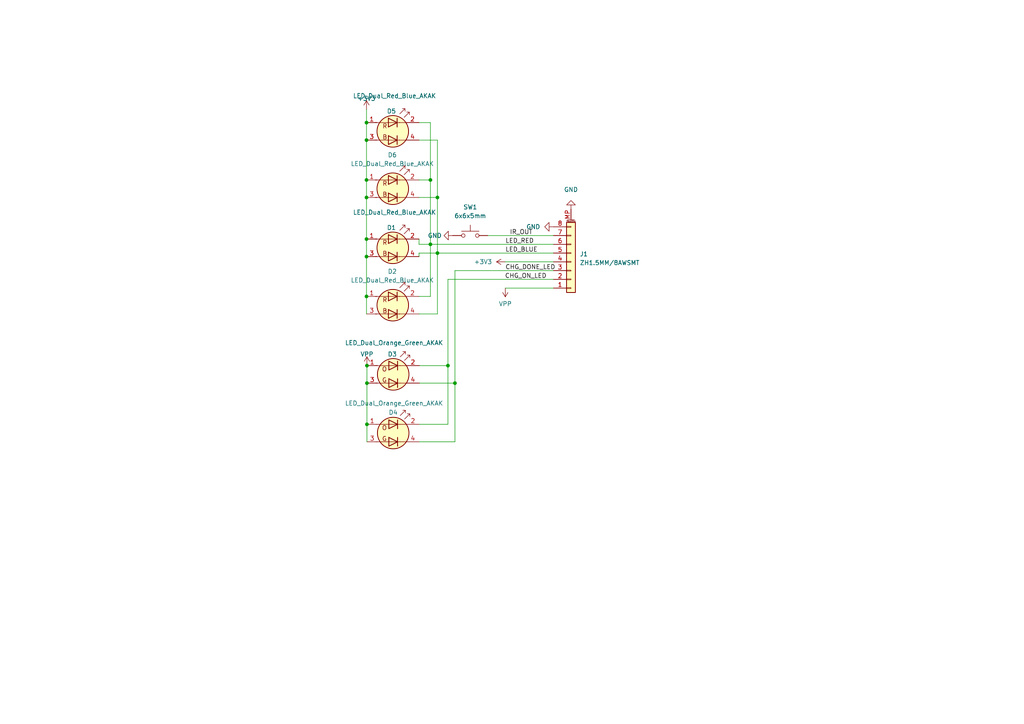
<source format=kicad_sch>
(kicad_sch (version 20230121) (generator eeschema)
  (paper "A4")
  (title_block (title "ECS-01-Switch") (date "2022-09-13") (rev "V0.1") (company "Timye"))
  (lib_symbols
    (symbol "Connector_Generic_MountingPin:Conn_01x08_MountingPin" (pin_names (offset 1.016) hide)
      (property "Reference" "J" (at 0 10.16 0))
      (property "Value" "Conn_01x08_MountingPin" (at 1.27 -12.7 0))
      (symbol "Conn_01x08_MountingPin_1_1"
        (rectangle (start -1.27 -10.033) (end 0 -10.287) (stroke (width 0.1524)))
        (rectangle (start -1.27 -7.493) (end 0 -7.747) (stroke (width 0.1524)))
        (rectangle (start -1.27 -4.953) (end 0 -5.207) (stroke (width 0.1524)))
        (rectangle (start -1.27 -2.413) (end 0 -2.667) (stroke (width 0.1524)))
        (rectangle (start -1.27 0.127) (end 0 -0.127) (stroke (width 0.1524)))
        (rectangle (start -1.27 2.667) (end 0 2.413) (stroke (width 0.1524)))
        (rectangle (start -1.27 5.207) (end 0 4.953) (stroke (width 0.1524)))
        (rectangle (start -1.27 7.747) (end 0 7.493) (stroke (width 0.1524)))
        (rectangle (start -1.27 8.89) (end 1.27 -11.43) (stroke (width 0.254)) (fill (type background)))
        (polyline (pts (xy -1.016 -12.192) (xy 1.016 -12.192)) (stroke (width 0.1524)))
        (text "Mounting" (at 0 -11.811 0) (effects (font (size 0.381 0.381))))
        (pin passive line (at -5.08 7.62 0) (length 3.81) (name "Pin_1") (number "1"))
        (pin passive line (at -5.08 5.08 0) (length 3.81) (name "Pin_2") (number "2"))
        (pin passive line (at -5.08 2.54 0) (length 3.81) (name "Pin_3") (number "3"))
        (pin passive line (at -5.08 0 0) (length 3.81) (name "Pin_4") (number "4"))
        (pin passive line (at -5.08 -2.54 0) (length 3.81) (name "Pin_5") (number "5"))
        (pin passive line (at -5.08 -5.08 0) (length 3.81) (name "Pin_6") (number "6"))
        (pin passive line (at -5.08 -7.62 0) (length 3.81) (name "Pin_7") (number "7"))
        (pin passive line (at -5.08 -10.16 0) (length 3.81) (name "Pin_8") (number "8"))
        (pin passive line (at 0 -15.24 90) (length 3.048) (name "MountPin") (number "MP"))
      )
    )
    (symbol "Ovo_Device:LED_Dual_Orange_Green_AKAK" (pin_names (offset 0) hide)
      (property "Reference" "D3" (at -13.97 -6.35 0))
      (property "Value" "LED_Dual_Orange_Green_AKAK" (at 0 -6.35 0))
      (symbol "LED_Dual_Orange_Green_AKAK_0_0"
        (text "G" (at -2.54 -1.651 0) (effects (font (size 1.27 1.27))))
        (text "O" (at -2.54 1.524 0) (effects (font (size 1.27 1.27))))
      )
      (symbol "LED_Dual_Orange_Green_AKAK_0_1"
        (polyline (pts (xy -5.08 -2.54) (xy 2.032 -2.54)))
        (polyline (pts (xy -5.08 2.54) (xy 2.032 2.54)))
        (polyline (pts (xy 1.27 -1.27) (xy 1.27 -3.81)) (stroke (width 0.254)))
        (polyline (pts (xy 1.27 3.81) (xy 1.27 1.27)) (stroke (width 0.254)))
        (polyline (pts (xy 3.81 -2.54) (xy 1.905 -2.54)))
        (polyline (pts (xy 3.81 2.54) (xy 1.905 2.54)))
        (polyline (pts (xy -1.27 -1.27) (xy -1.27 -3.81) (xy 1.27 -2.54) (xy -1.27 -1.27)) (stroke (width 0.254)))
        (polyline (pts (xy -1.27 3.81) (xy -1.27 1.27) (xy 1.27 2.54) (xy -1.27 3.81)) (stroke (width 0.254)))
        (polyline (pts (xy 2.032 5.08) (xy 3.556 6.604) (xy 2.794 6.604) (xy 3.556 6.604) (xy 3.556 5.842)))
        (polyline (pts (xy 3.302 4.064) (xy 4.826 5.588) (xy 4.064 5.588) (xy 4.826 5.588) (xy 4.826 4.826)))
        (circle (center 0 0) (radius 4.572) (stroke (width 0.254)) (fill (type background)))
      )
      (symbol "LED_Dual_Orange_Green_AKAK_1_1"
        (pin input line (at -7.62 2.54 0) (length 3.048) (name "A1") (number "1"))
        (pin input line (at 7.62 2.54 180) (length 3.81) (name "K1") (number "2"))
        (pin input line (at -7.62 -2.54 0) (length 3.048) (name "A2") (number "3"))
        (pin input line (at 7.62 -2.54 180) (length 3.81) (name "K2") (number "4"))
      )
    )
    (symbol "Ovo_Device:LED_Dual_Red_Blue_AKAK" (pin_names (offset 0) hide)
      (property "Reference" "D2" (at -11.43 -5.08 0))
      (property "Value" "LED_Dual_Red_Blue_AKAK" (at 0 -5.08 0))
      (symbol "LED_Dual_Red_Blue_AKAK_0_0"
        (text "B" (at -2.286 -1.651 0) (effects (font (size 1.27 1.27))))
        (text "R" (at -2.286 1.524 0) (effects (font (size 1.27 1.27))))
      )
      (symbol "LED_Dual_Red_Blue_AKAK_0_1"
        (polyline (pts (xy -5.08 -2.54) (xy 2.032 -2.54)))
        (polyline (pts (xy -5.08 2.54) (xy 2.032 2.54)))
        (polyline (pts (xy 1.27 -1.27) (xy 1.27 -3.81)) (stroke (width 0.254)))
        (polyline (pts (xy 1.27 3.81) (xy 1.27 1.27)) (stroke (width 0.254)))
        (polyline (pts (xy 3.81 -2.54) (xy 1.905 -2.54)))
        (polyline (pts (xy 3.81 2.54) (xy 1.905 2.54)))
        (polyline (pts (xy -1.27 -1.27) (xy -1.27 -3.81) (xy 1.27 -2.54) (xy -1.27 -1.27)) (stroke (width 0.254)))
        (polyline (pts (xy -1.27 3.81) (xy -1.27 1.27) (xy 1.27 2.54) (xy -1.27 3.81)) (stroke (width 0.254)))
        (polyline (pts (xy 2.032 5.08) (xy 3.556 6.604) (xy 2.794 6.604) (xy 3.556 6.604) (xy 3.556 5.842)))
        (polyline (pts (xy 3.302 4.064) (xy 4.826 5.588) (xy 4.064 5.588) (xy 4.826 5.588) (xy 4.826 4.826)))
        (circle (center 0 0) (radius 4.572) (stroke (width 0.254)) (fill (type background)))
      )
      (symbol "LED_Dual_Red_Blue_AKAK_1_1"
        (pin input line (at -7.62 2.54 0) (length 3.048) (name "A1") (number "1"))
        (pin input line (at 7.62 2.54 180) (length 3.81) (name "K1") (number "2"))
        (pin input line (at -7.62 -2.54 0) (length 3.048) (name "A2") (number "3"))
        (pin input line (at 7.62 -2.54 180) (length 3.81) (name "K2") (number "4"))
      )
    )
    (symbol "Switch:SW_Push" (pin_numbers hide) (pin_names (offset 1.016) hide)
      (property "Reference" "SW" (at 1.27 2.54 0))
      (property "Value" "SW_Push" (at 0 -1.524 0))
      (symbol "SW_Push_0_1"
        (circle (center -2.032 0) (radius 0.508))
        (polyline (pts (xy 0 1.27) (xy 0 3.048)))
        (polyline (pts (xy 2.54 1.27) (xy -2.54 1.27)))
        (circle (center 2.032 0) (radius 0.508))
        (pin passive line (at -5.08 0 0) (length 2.54) (name "1") (number "1"))
        (pin passive line (at 5.08 0 180) (length 2.54) (name "2") (number "2"))
      )
    )
    (symbol "power:+3V3" (power) (pin_names (offset 0))
      (property "Value" "+3V3" (at 0 3.556 0))
      (symbol "+3V3_0_1"
        (polyline (pts (xy -0.762 1.27) (xy 0 2.54)))
        (polyline (pts (xy 0 0) (xy 0 2.54)))
        (polyline (pts (xy 0 2.54) (xy 0.762 1.27)))
      )
      (symbol "+3V3_1_1"
        (pin power_in line (at 0 0 90) (length 0) hide (name "+3V3") (number "1"))
      )
    )
    (symbol "power:GND" (power) (pin_names (offset 0))
      (property "Value" "GND" (at 0 -3.81 0))
      (symbol "GND_0_1"
        (polyline (pts (xy 0 0) (xy 0 -1.27) (xy 1.27 -1.27) (xy 0 -2.54) (xy -1.27 -1.27) (xy 0 -1.27)))
      )
      (symbol "GND_1_1"
        (pin power_in line (at 0 0 270) (length 0) hide (name "GND") (number "1"))
      )
    )
    (symbol "power:VPP" (power) (pin_names (offset 0))
      (property "Value" "VPP" (at 0 3.81 0))
      (symbol "VPP_0_1"
        (polyline (pts (xy -0.762 1.27) (xy 0 2.54)))
        (polyline (pts (xy 0 0) (xy 0 2.54)))
        (polyline (pts (xy 0 2.54) (xy 0.762 1.27)))
      )
      (symbol "VPP_1_1"
        (pin power_in line (at 0 0 90) (length 0) hide (name "VPP") (number "1"))
      )
    )
  )
  (junction (at 131.953 111.125))
  (junction (at 106.426 106.045))
  (junction (at 129.921 106.045))
  (junction (at 124.841 70.866))
  (junction (at 126.873 57.277))
  (junction (at 106.299 85.979))
  (junction (at 124.841 52.197))
  (junction (at 106.426 111.125))
  (junction (at 126.873 73.406))
  (junction (at 106.426 123.063))
  (junction (at 106.299 35.56))
  (junction (at 106.299 40.64))
  (junction (at 106.299 69.342))
  (junction (at 106.299 52.197))
  (junction (at 106.299 74.422))
  (junction (at 106.299 57.277))
  (wire (pts (xy 124.841 52.197) (xy 124.841 70.866)))
  (wire (pts (xy 131.953 78.486) (xy 131.953 111.125)))
  (wire (pts (xy 141.478 68.326) (xy 160.528 68.326)))
  (wire (pts (xy 121.666 106.045) (xy 129.921 106.045)))
  (wire (pts (xy 121.539 69.342) (xy 121.539 70.866)))
  (wire (pts (xy 121.539 52.197) (xy 124.841 52.197)))
  (wire (pts (xy 106.299 31.75) (xy 106.299 35.56)))
  (wire (pts (xy 124.841 70.866) (xy 160.528 70.866)))
  (wire (pts (xy 146.558 83.566) (xy 160.528 83.566)))
  (wire (pts (xy 106.426 111.125) (xy 106.426 123.063)))
  (wire (pts (xy 106.299 74.422) (xy 106.299 85.979)))
  (wire (pts (xy 121.666 123.063) (xy 129.921 123.063)))
  (wire (pts (xy 126.873 73.406) (xy 126.873 91.059)))
  (wire (pts (xy 121.539 35.56) (xy 124.841 35.56)))
  (wire (pts (xy 126.873 91.059) (xy 121.539 91.059)))
  (wire (pts (xy 126.873 40.64) (xy 126.873 57.277)))
  (wire (pts (xy 131.953 111.125) (xy 121.666 111.125)))
  (wire (pts (xy 106.299 85.979) (xy 106.299 91.059)))
  (wire (pts (xy 131.953 111.125) (xy 131.953 128.143)))
  (wire (pts (xy 106.299 35.56) (xy 106.299 40.64)))
  (wire (pts (xy 106.299 69.342) (xy 106.299 74.422)))
  (wire (pts (xy 129.921 106.045) (xy 129.921 123.063)))
  (wire (pts (xy 129.921 81.026) (xy 129.921 106.045)))
  (wire (pts (xy 124.841 70.866) (xy 124.841 85.979)))
  (wire (pts (xy 129.921 81.026) (xy 160.528 81.026)))
  (wire (pts (xy 121.539 73.406) (xy 121.539 74.422)))
  (wire (pts (xy 131.953 128.143) (xy 121.666 128.143)))
  (wire (pts (xy 106.299 57.277) (xy 106.299 69.342)))
  (wire (pts (xy 106.299 52.197) (xy 106.299 57.277)))
  (wire (pts (xy 146.558 75.946) (xy 160.528 75.946)))
  (wire (pts (xy 126.873 73.406) (xy 121.539 73.406)))
  (wire (pts (xy 121.539 40.64) (xy 126.873 40.64)))
  (wire (pts (xy 121.539 85.979) (xy 124.841 85.979)))
  (wire (pts (xy 124.841 35.56) (xy 124.841 52.197)))
  (wire (pts (xy 126.873 57.277) (xy 126.873 73.406)))
  (wire (pts (xy 160.528 73.406) (xy 126.873 73.406)))
  (wire (pts (xy 106.426 106.045) (xy 106.426 111.125)))
  (wire (pts (xy 121.539 70.866) (xy 124.841 70.866)))
  (wire (pts (xy 106.299 40.64) (xy 106.299 52.197)))
  (wire (pts (xy 121.539 57.277) (xy 126.873 57.277)))
  (wire (pts (xy 106.426 123.063) (xy 106.426 128.143)))
  (wire (pts (xy 131.953 78.486) (xy 160.528 78.486)))
  (label "CHG_ON_LED" (at 146.431 81.026 0))
  (label "LED_BLUE" (at 146.558 73.406 0))
  (label "LED_RED" (at 146.558 70.866 0))
  (label "IR_OUT" (at 147.828 68.326 0))
  (label "CHG_DONE_LED" (at 146.558 78.486 0))
  (symbol (lib_id "power:GND") (at 160.528 65.786 270) (unit 1)
    (property "Reference" "#PWR0102" (effects hide))
    (property "Value" "GND" (at 156.718 65.7859 90) (effects (justify right)))
  )
  (symbol (lib_id "Ovo_Device:LED_Dual_Red_Blue_AKAK") (at 113.919 38.1 0) (unit 1)
    (property "Reference" "D5" (at 113.538 32.258 0))
    (property "Value" "LED_Dual_Red_Blue_AKAK" (at 114.427 27.813 0))
    (property "Footprint" "Ovo_LED_SMD:LED_Dual_1.6x1.5mm" (effects hide))
  )
  (symbol (lib_id "Ovo_Device:LED_Dual_Red_Blue_AKAK") (at 113.919 88.519 0) (unit 1)
    (property "Reference" "D2" (at 113.792 78.74 0))
    (property "Value" "LED_Dual_Red_Blue_AKAK" (at 113.792 81.28 0))
    (property "Footprint" "Ovo_LED_SMD:LED_Dual_1.6x1.5mm" (effects hide))
  )
  (symbol (lib_id "power:VPP") (at 146.558 83.566 180) (unit 1)
    (property "Reference" "#PWR03" (effects hide))
    (property "Value" "VPP" (at 146.558 88.138 0))
  )
  (symbol (lib_id "power:GND") (at 131.318 68.326 270) (unit 1)
    (property "Reference" "#PWR0101" (effects hide))
    (property "Value" "GND" (at 128.143 68.3259 90) (effects (justify right)))
  )
  (symbol (lib_id "power:GND") (at 165.608 60.706 180) (unit 1)
    (property "Reference" "#PWR0103" (effects hide))
    (property "Value" "GND" (at 165.608 54.991 0))
  )
  (symbol (lib_id "Ovo_Device:LED_Dual_Orange_Green_AKAK") (at 114.046 125.603 0) (unit 1)
    (property "Reference" "D4" (at 114.046 119.634 0))
    (property "Value" "LED_Dual_Orange_Green_AKAK" (at 114.3 116.967 0))
    (property "Footprint" "Ovo_LED_SMD:LED_Dual_1.6x1.5mm" (effects hide))
  )
  (symbol (lib_id "Ovo_Device:LED_Dual_Red_Blue_AKAK") (at 113.919 54.737 0) (unit 1)
    (property "Reference" "D6" (at 113.792 44.958 0))
    (property "Value" "LED_Dual_Red_Blue_AKAK" (at 113.792 47.498 0))
    (property "Footprint" "Ovo_LED_SMD:LED_Dual_1.6x1.5mm" (effects hide))
  )
  (symbol (lib_id "Ovo_Device:LED_Dual_Orange_Green_AKAK") (at 114.046 108.585 0) (unit 1)
    (property "Reference" "D3" (at 113.792 102.743 0))
    (property "Value" "LED_Dual_Orange_Green_AKAK" (at 114.3 99.441 0))
    (property "Footprint" "Ovo_LED_SMD:LED_Dual_1.6x1.5mm" (effects hide))
  )
  (symbol (lib_id "power:+3V3") (at 106.299 31.75 0) (unit 1)
    (property "Reference" "#PWR02" (effects hide))
    (property "Value" "+3V3" (at 106.299 28.575 0))
  )
  (symbol (lib_id "power:VPP") (at 106.426 106.045 0) (unit 1)
    (property "Reference" "#PWR01" (effects hide))
    (property "Value" "VPP" (at 106.426 102.743 0))
  )
  (symbol (lib_id "Ovo_Device:LED_Dual_Red_Blue_AKAK") (at 113.919 71.882 0) (unit 1)
    (property "Reference" "D1" (at 113.538 66.04 0))
    (property "Value" "LED_Dual_Red_Blue_AKAK" (at 114.427 61.595 0))
    (property "Footprint" "Ovo_LED_SMD:LED_Dual_1.6x1.5mm" (effects hide))
  )
  (symbol (lib_id "Connector_Generic_MountingPin:Conn_01x08_MountingPin") (at 165.608 75.946 0) (mirror x) (unit 1)
    (property "Reference" "J1" (at 168.148 73.6854 0) (effects (justify left)))
    (property "Value" "ZH1.5MM/8AWSMT" (at 168.148 76.2254 0) (effects (justify left)))
    (property "Footprint" "Ovo_Connector_JST:JST_ZH_S8B-ZR-SM4-TF_1x08-1MP_P1.50mm_Horizontal" (effects hide))
  )
  (symbol (lib_id "power:+3V3") (at 146.558 75.946 90) (unit 1)
    (property "Reference" "#PWR0104" (effects hide))
    (property "Value" "+3V3" (at 142.748 75.9459 90) (effects (justify left)))
  )
  (symbol (lib_id "Switch:SW_Push") (at 136.398 68.326 0) (unit 1)
    (property "Reference" "SW1" (at 136.398 60.071 0))
    (property "Value" "6x6x5mm" (at 136.398 62.611 0))
    (property "Footprint" "Button_Switch_SMD:SW_Push_1P1T_NO_6x6mm_H9.5mm" (effects hide))
  )
)
</source>
